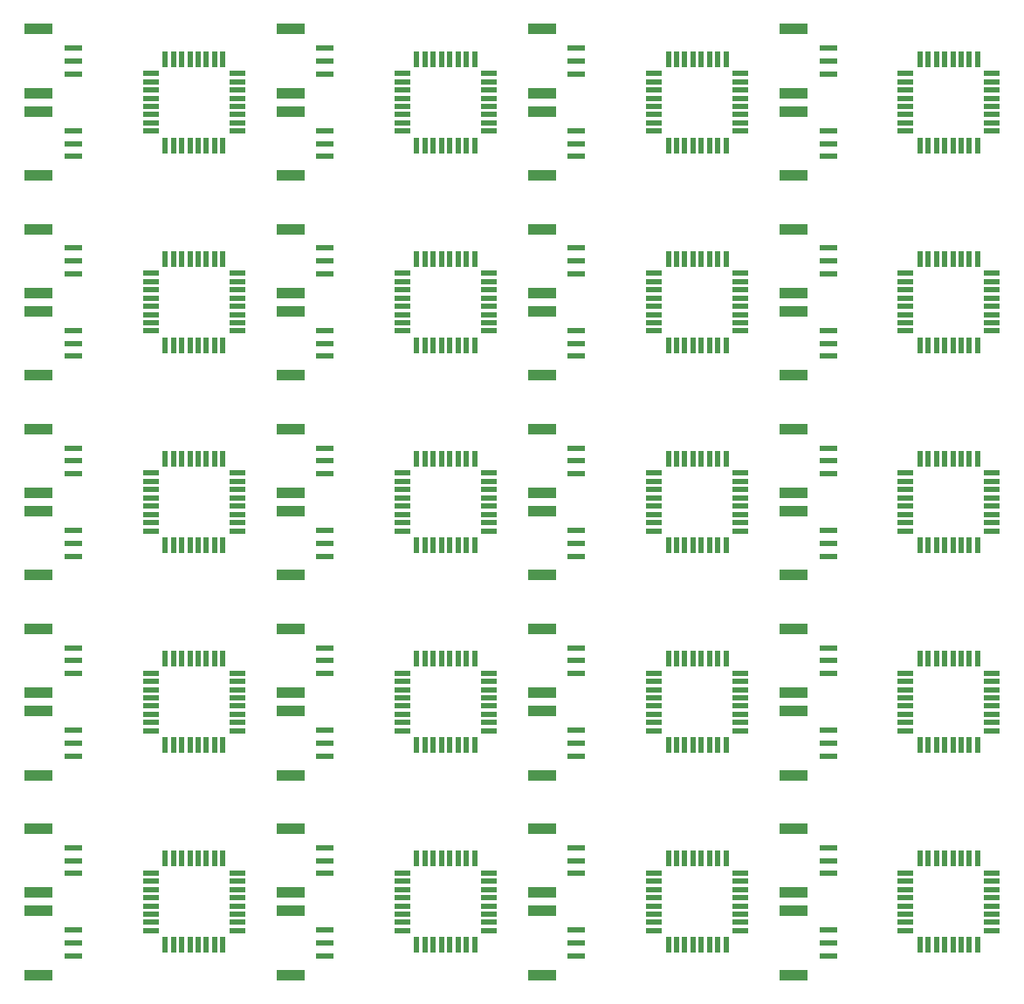
<source format=gbr>
G04 EAGLE Gerber RS-274X export*
G75*
%MOMM*%
%FSLAX34Y34*%
%LPD*%
%INSolderpaste Bottom*%
%IPPOS*%
%AMOC8*
5,1,8,0,0,1.08239X$1,22.5*%
G01*
%ADD10R,1.700000X0.600000*%
%ADD11R,2.800000X1.000000*%
%ADD12R,1.599800X0.547100*%
%ADD13R,0.547100X1.599800*%


D10*
X60000Y44500D03*
X60000Y57000D03*
D11*
X26500Y88000D03*
X26500Y26000D03*
D10*
X60000Y69500D03*
X60000Y124500D03*
X60000Y137000D03*
D11*
X26500Y168000D03*
X26500Y106000D03*
D10*
X60000Y149500D03*
D12*
X218813Y125000D03*
X218813Y117000D03*
X218813Y109000D03*
X218813Y101000D03*
X218813Y93000D03*
X218813Y85000D03*
X218813Y77000D03*
X218813Y69000D03*
D13*
X205000Y55187D03*
X197000Y55187D03*
X189000Y55187D03*
X181000Y55187D03*
X173000Y55187D03*
X165000Y55187D03*
X157000Y55187D03*
X149000Y55187D03*
D12*
X135187Y69000D03*
X135187Y77000D03*
X135187Y85000D03*
X135187Y93000D03*
X135187Y101000D03*
X135187Y109000D03*
X135187Y117000D03*
X135187Y125000D03*
D13*
X149000Y138813D03*
X157000Y138813D03*
X165000Y138813D03*
X173000Y138813D03*
X181000Y138813D03*
X189000Y138813D03*
X197000Y138813D03*
X205000Y138813D03*
D10*
X304000Y44500D03*
X304000Y57000D03*
D11*
X270500Y88000D03*
X270500Y26000D03*
D10*
X304000Y69500D03*
X304000Y124500D03*
X304000Y137000D03*
D11*
X270500Y168000D03*
X270500Y106000D03*
D10*
X304000Y149500D03*
D12*
X462813Y125000D03*
X462813Y117000D03*
X462813Y109000D03*
X462813Y101000D03*
X462813Y93000D03*
X462813Y85000D03*
X462813Y77000D03*
X462813Y69000D03*
D13*
X449000Y55187D03*
X441000Y55187D03*
X433000Y55187D03*
X425000Y55187D03*
X417000Y55187D03*
X409000Y55187D03*
X401000Y55187D03*
X393000Y55187D03*
D12*
X379187Y69000D03*
X379187Y77000D03*
X379187Y85000D03*
X379187Y93000D03*
X379187Y101000D03*
X379187Y109000D03*
X379187Y117000D03*
X379187Y125000D03*
D13*
X393000Y138813D03*
X401000Y138813D03*
X409000Y138813D03*
X417000Y138813D03*
X425000Y138813D03*
X433000Y138813D03*
X441000Y138813D03*
X449000Y138813D03*
D10*
X548000Y44500D03*
X548000Y57000D03*
D11*
X514500Y88000D03*
X514500Y26000D03*
D10*
X548000Y69500D03*
X548000Y124500D03*
X548000Y137000D03*
D11*
X514500Y168000D03*
X514500Y106000D03*
D10*
X548000Y149500D03*
D12*
X706813Y125000D03*
X706813Y117000D03*
X706813Y109000D03*
X706813Y101000D03*
X706813Y93000D03*
X706813Y85000D03*
X706813Y77000D03*
X706813Y69000D03*
D13*
X693000Y55187D03*
X685000Y55187D03*
X677000Y55187D03*
X669000Y55187D03*
X661000Y55187D03*
X653000Y55187D03*
X645000Y55187D03*
X637000Y55187D03*
D12*
X623187Y69000D03*
X623187Y77000D03*
X623187Y85000D03*
X623187Y93000D03*
X623187Y101000D03*
X623187Y109000D03*
X623187Y117000D03*
X623187Y125000D03*
D13*
X637000Y138813D03*
X645000Y138813D03*
X653000Y138813D03*
X661000Y138813D03*
X669000Y138813D03*
X677000Y138813D03*
X685000Y138813D03*
X693000Y138813D03*
D10*
X792000Y44500D03*
X792000Y57000D03*
D11*
X758500Y88000D03*
X758500Y26000D03*
D10*
X792000Y69500D03*
X792000Y124500D03*
X792000Y137000D03*
D11*
X758500Y168000D03*
X758500Y106000D03*
D10*
X792000Y149500D03*
D12*
X950813Y125000D03*
X950813Y117000D03*
X950813Y109000D03*
X950813Y101000D03*
X950813Y93000D03*
X950813Y85000D03*
X950813Y77000D03*
X950813Y69000D03*
D13*
X937000Y55187D03*
X929000Y55187D03*
X921000Y55187D03*
X913000Y55187D03*
X905000Y55187D03*
X897000Y55187D03*
X889000Y55187D03*
X881000Y55187D03*
D12*
X867187Y69000D03*
X867187Y77000D03*
X867187Y85000D03*
X867187Y93000D03*
X867187Y101000D03*
X867187Y109000D03*
X867187Y117000D03*
X867187Y125000D03*
D13*
X881000Y138813D03*
X889000Y138813D03*
X897000Y138813D03*
X905000Y138813D03*
X913000Y138813D03*
X921000Y138813D03*
X929000Y138813D03*
X937000Y138813D03*
D10*
X60000Y238500D03*
X60000Y251000D03*
D11*
X26500Y282000D03*
X26500Y220000D03*
D10*
X60000Y263500D03*
X60000Y318500D03*
X60000Y331000D03*
D11*
X26500Y362000D03*
X26500Y300000D03*
D10*
X60000Y343500D03*
D12*
X218813Y319000D03*
X218813Y311000D03*
X218813Y303000D03*
X218813Y295000D03*
X218813Y287000D03*
X218813Y279000D03*
X218813Y271000D03*
X218813Y263000D03*
D13*
X205000Y249187D03*
X197000Y249187D03*
X189000Y249187D03*
X181000Y249187D03*
X173000Y249187D03*
X165000Y249187D03*
X157000Y249187D03*
X149000Y249187D03*
D12*
X135187Y263000D03*
X135187Y271000D03*
X135187Y279000D03*
X135187Y287000D03*
X135187Y295000D03*
X135187Y303000D03*
X135187Y311000D03*
X135187Y319000D03*
D13*
X149000Y332813D03*
X157000Y332813D03*
X165000Y332813D03*
X173000Y332813D03*
X181000Y332813D03*
X189000Y332813D03*
X197000Y332813D03*
X205000Y332813D03*
D10*
X304000Y238500D03*
X304000Y251000D03*
D11*
X270500Y282000D03*
X270500Y220000D03*
D10*
X304000Y263500D03*
X304000Y318500D03*
X304000Y331000D03*
D11*
X270500Y362000D03*
X270500Y300000D03*
D10*
X304000Y343500D03*
D12*
X462813Y319000D03*
X462813Y311000D03*
X462813Y303000D03*
X462813Y295000D03*
X462813Y287000D03*
X462813Y279000D03*
X462813Y271000D03*
X462813Y263000D03*
D13*
X449000Y249187D03*
X441000Y249187D03*
X433000Y249187D03*
X425000Y249187D03*
X417000Y249187D03*
X409000Y249187D03*
X401000Y249187D03*
X393000Y249187D03*
D12*
X379187Y263000D03*
X379187Y271000D03*
X379187Y279000D03*
X379187Y287000D03*
X379187Y295000D03*
X379187Y303000D03*
X379187Y311000D03*
X379187Y319000D03*
D13*
X393000Y332813D03*
X401000Y332813D03*
X409000Y332813D03*
X417000Y332813D03*
X425000Y332813D03*
X433000Y332813D03*
X441000Y332813D03*
X449000Y332813D03*
D10*
X548000Y238500D03*
X548000Y251000D03*
D11*
X514500Y282000D03*
X514500Y220000D03*
D10*
X548000Y263500D03*
X548000Y318500D03*
X548000Y331000D03*
D11*
X514500Y362000D03*
X514500Y300000D03*
D10*
X548000Y343500D03*
D12*
X706813Y319000D03*
X706813Y311000D03*
X706813Y303000D03*
X706813Y295000D03*
X706813Y287000D03*
X706813Y279000D03*
X706813Y271000D03*
X706813Y263000D03*
D13*
X693000Y249187D03*
X685000Y249187D03*
X677000Y249187D03*
X669000Y249187D03*
X661000Y249187D03*
X653000Y249187D03*
X645000Y249187D03*
X637000Y249187D03*
D12*
X623187Y263000D03*
X623187Y271000D03*
X623187Y279000D03*
X623187Y287000D03*
X623187Y295000D03*
X623187Y303000D03*
X623187Y311000D03*
X623187Y319000D03*
D13*
X637000Y332813D03*
X645000Y332813D03*
X653000Y332813D03*
X661000Y332813D03*
X669000Y332813D03*
X677000Y332813D03*
X685000Y332813D03*
X693000Y332813D03*
D10*
X792000Y238500D03*
X792000Y251000D03*
D11*
X758500Y282000D03*
X758500Y220000D03*
D10*
X792000Y263500D03*
X792000Y318500D03*
X792000Y331000D03*
D11*
X758500Y362000D03*
X758500Y300000D03*
D10*
X792000Y343500D03*
D12*
X950813Y319000D03*
X950813Y311000D03*
X950813Y303000D03*
X950813Y295000D03*
X950813Y287000D03*
X950813Y279000D03*
X950813Y271000D03*
X950813Y263000D03*
D13*
X937000Y249187D03*
X929000Y249187D03*
X921000Y249187D03*
X913000Y249187D03*
X905000Y249187D03*
X897000Y249187D03*
X889000Y249187D03*
X881000Y249187D03*
D12*
X867187Y263000D03*
X867187Y271000D03*
X867187Y279000D03*
X867187Y287000D03*
X867187Y295000D03*
X867187Y303000D03*
X867187Y311000D03*
X867187Y319000D03*
D13*
X881000Y332813D03*
X889000Y332813D03*
X897000Y332813D03*
X905000Y332813D03*
X913000Y332813D03*
X921000Y332813D03*
X929000Y332813D03*
X937000Y332813D03*
D10*
X60000Y432500D03*
X60000Y445000D03*
D11*
X26500Y476000D03*
X26500Y414000D03*
D10*
X60000Y457500D03*
X60000Y512500D03*
X60000Y525000D03*
D11*
X26500Y556000D03*
X26500Y494000D03*
D10*
X60000Y537500D03*
D12*
X218813Y513000D03*
X218813Y505000D03*
X218813Y497000D03*
X218813Y489000D03*
X218813Y481000D03*
X218813Y473000D03*
X218813Y465000D03*
X218813Y457000D03*
D13*
X205000Y443187D03*
X197000Y443187D03*
X189000Y443187D03*
X181000Y443187D03*
X173000Y443187D03*
X165000Y443187D03*
X157000Y443187D03*
X149000Y443187D03*
D12*
X135187Y457000D03*
X135187Y465000D03*
X135187Y473000D03*
X135187Y481000D03*
X135187Y489000D03*
X135187Y497000D03*
X135187Y505000D03*
X135187Y513000D03*
D13*
X149000Y526813D03*
X157000Y526813D03*
X165000Y526813D03*
X173000Y526813D03*
X181000Y526813D03*
X189000Y526813D03*
X197000Y526813D03*
X205000Y526813D03*
D10*
X304000Y432500D03*
X304000Y445000D03*
D11*
X270500Y476000D03*
X270500Y414000D03*
D10*
X304000Y457500D03*
X304000Y512500D03*
X304000Y525000D03*
D11*
X270500Y556000D03*
X270500Y494000D03*
D10*
X304000Y537500D03*
D12*
X462813Y513000D03*
X462813Y505000D03*
X462813Y497000D03*
X462813Y489000D03*
X462813Y481000D03*
X462813Y473000D03*
X462813Y465000D03*
X462813Y457000D03*
D13*
X449000Y443187D03*
X441000Y443187D03*
X433000Y443187D03*
X425000Y443187D03*
X417000Y443187D03*
X409000Y443187D03*
X401000Y443187D03*
X393000Y443187D03*
D12*
X379187Y457000D03*
X379187Y465000D03*
X379187Y473000D03*
X379187Y481000D03*
X379187Y489000D03*
X379187Y497000D03*
X379187Y505000D03*
X379187Y513000D03*
D13*
X393000Y526813D03*
X401000Y526813D03*
X409000Y526813D03*
X417000Y526813D03*
X425000Y526813D03*
X433000Y526813D03*
X441000Y526813D03*
X449000Y526813D03*
D10*
X548000Y432500D03*
X548000Y445000D03*
D11*
X514500Y476000D03*
X514500Y414000D03*
D10*
X548000Y457500D03*
X548000Y512500D03*
X548000Y525000D03*
D11*
X514500Y556000D03*
X514500Y494000D03*
D10*
X548000Y537500D03*
D12*
X706813Y513000D03*
X706813Y505000D03*
X706813Y497000D03*
X706813Y489000D03*
X706813Y481000D03*
X706813Y473000D03*
X706813Y465000D03*
X706813Y457000D03*
D13*
X693000Y443187D03*
X685000Y443187D03*
X677000Y443187D03*
X669000Y443187D03*
X661000Y443187D03*
X653000Y443187D03*
X645000Y443187D03*
X637000Y443187D03*
D12*
X623187Y457000D03*
X623187Y465000D03*
X623187Y473000D03*
X623187Y481000D03*
X623187Y489000D03*
X623187Y497000D03*
X623187Y505000D03*
X623187Y513000D03*
D13*
X637000Y526813D03*
X645000Y526813D03*
X653000Y526813D03*
X661000Y526813D03*
X669000Y526813D03*
X677000Y526813D03*
X685000Y526813D03*
X693000Y526813D03*
D10*
X792000Y432500D03*
X792000Y445000D03*
D11*
X758500Y476000D03*
X758500Y414000D03*
D10*
X792000Y457500D03*
X792000Y512500D03*
X792000Y525000D03*
D11*
X758500Y556000D03*
X758500Y494000D03*
D10*
X792000Y537500D03*
D12*
X950813Y513000D03*
X950813Y505000D03*
X950813Y497000D03*
X950813Y489000D03*
X950813Y481000D03*
X950813Y473000D03*
X950813Y465000D03*
X950813Y457000D03*
D13*
X937000Y443187D03*
X929000Y443187D03*
X921000Y443187D03*
X913000Y443187D03*
X905000Y443187D03*
X897000Y443187D03*
X889000Y443187D03*
X881000Y443187D03*
D12*
X867187Y457000D03*
X867187Y465000D03*
X867187Y473000D03*
X867187Y481000D03*
X867187Y489000D03*
X867187Y497000D03*
X867187Y505000D03*
X867187Y513000D03*
D13*
X881000Y526813D03*
X889000Y526813D03*
X897000Y526813D03*
X905000Y526813D03*
X913000Y526813D03*
X921000Y526813D03*
X929000Y526813D03*
X937000Y526813D03*
D10*
X60000Y626500D03*
X60000Y639000D03*
D11*
X26500Y670000D03*
X26500Y608000D03*
D10*
X60000Y651500D03*
X60000Y706500D03*
X60000Y719000D03*
D11*
X26500Y750000D03*
X26500Y688000D03*
D10*
X60000Y731500D03*
D12*
X218813Y707000D03*
X218813Y699000D03*
X218813Y691000D03*
X218813Y683000D03*
X218813Y675000D03*
X218813Y667000D03*
X218813Y659000D03*
X218813Y651000D03*
D13*
X205000Y637187D03*
X197000Y637187D03*
X189000Y637187D03*
X181000Y637187D03*
X173000Y637187D03*
X165000Y637187D03*
X157000Y637187D03*
X149000Y637187D03*
D12*
X135187Y651000D03*
X135187Y659000D03*
X135187Y667000D03*
X135187Y675000D03*
X135187Y683000D03*
X135187Y691000D03*
X135187Y699000D03*
X135187Y707000D03*
D13*
X149000Y720813D03*
X157000Y720813D03*
X165000Y720813D03*
X173000Y720813D03*
X181000Y720813D03*
X189000Y720813D03*
X197000Y720813D03*
X205000Y720813D03*
D10*
X304000Y626500D03*
X304000Y639000D03*
D11*
X270500Y670000D03*
X270500Y608000D03*
D10*
X304000Y651500D03*
X304000Y706500D03*
X304000Y719000D03*
D11*
X270500Y750000D03*
X270500Y688000D03*
D10*
X304000Y731500D03*
D12*
X462813Y707000D03*
X462813Y699000D03*
X462813Y691000D03*
X462813Y683000D03*
X462813Y675000D03*
X462813Y667000D03*
X462813Y659000D03*
X462813Y651000D03*
D13*
X449000Y637187D03*
X441000Y637187D03*
X433000Y637187D03*
X425000Y637187D03*
X417000Y637187D03*
X409000Y637187D03*
X401000Y637187D03*
X393000Y637187D03*
D12*
X379187Y651000D03*
X379187Y659000D03*
X379187Y667000D03*
X379187Y675000D03*
X379187Y683000D03*
X379187Y691000D03*
X379187Y699000D03*
X379187Y707000D03*
D13*
X393000Y720813D03*
X401000Y720813D03*
X409000Y720813D03*
X417000Y720813D03*
X425000Y720813D03*
X433000Y720813D03*
X441000Y720813D03*
X449000Y720813D03*
D10*
X548000Y626500D03*
X548000Y639000D03*
D11*
X514500Y670000D03*
X514500Y608000D03*
D10*
X548000Y651500D03*
X548000Y706500D03*
X548000Y719000D03*
D11*
X514500Y750000D03*
X514500Y688000D03*
D10*
X548000Y731500D03*
D12*
X706813Y707000D03*
X706813Y699000D03*
X706813Y691000D03*
X706813Y683000D03*
X706813Y675000D03*
X706813Y667000D03*
X706813Y659000D03*
X706813Y651000D03*
D13*
X693000Y637187D03*
X685000Y637187D03*
X677000Y637187D03*
X669000Y637187D03*
X661000Y637187D03*
X653000Y637187D03*
X645000Y637187D03*
X637000Y637187D03*
D12*
X623187Y651000D03*
X623187Y659000D03*
X623187Y667000D03*
X623187Y675000D03*
X623187Y683000D03*
X623187Y691000D03*
X623187Y699000D03*
X623187Y707000D03*
D13*
X637000Y720813D03*
X645000Y720813D03*
X653000Y720813D03*
X661000Y720813D03*
X669000Y720813D03*
X677000Y720813D03*
X685000Y720813D03*
X693000Y720813D03*
D10*
X792000Y626500D03*
X792000Y639000D03*
D11*
X758500Y670000D03*
X758500Y608000D03*
D10*
X792000Y651500D03*
X792000Y706500D03*
X792000Y719000D03*
D11*
X758500Y750000D03*
X758500Y688000D03*
D10*
X792000Y731500D03*
D12*
X950813Y707000D03*
X950813Y699000D03*
X950813Y691000D03*
X950813Y683000D03*
X950813Y675000D03*
X950813Y667000D03*
X950813Y659000D03*
X950813Y651000D03*
D13*
X937000Y637187D03*
X929000Y637187D03*
X921000Y637187D03*
X913000Y637187D03*
X905000Y637187D03*
X897000Y637187D03*
X889000Y637187D03*
X881000Y637187D03*
D12*
X867187Y651000D03*
X867187Y659000D03*
X867187Y667000D03*
X867187Y675000D03*
X867187Y683000D03*
X867187Y691000D03*
X867187Y699000D03*
X867187Y707000D03*
D13*
X881000Y720813D03*
X889000Y720813D03*
X897000Y720813D03*
X905000Y720813D03*
X913000Y720813D03*
X921000Y720813D03*
X929000Y720813D03*
X937000Y720813D03*
D10*
X60000Y820500D03*
X60000Y833000D03*
D11*
X26500Y864000D03*
X26500Y802000D03*
D10*
X60000Y845500D03*
X60000Y900500D03*
X60000Y913000D03*
D11*
X26500Y944000D03*
X26500Y882000D03*
D10*
X60000Y925500D03*
D12*
X218813Y901000D03*
X218813Y893000D03*
X218813Y885000D03*
X218813Y877000D03*
X218813Y869000D03*
X218813Y861000D03*
X218813Y853000D03*
X218813Y845000D03*
D13*
X205000Y831187D03*
X197000Y831187D03*
X189000Y831187D03*
X181000Y831187D03*
X173000Y831187D03*
X165000Y831187D03*
X157000Y831187D03*
X149000Y831187D03*
D12*
X135187Y845000D03*
X135187Y853000D03*
X135187Y861000D03*
X135187Y869000D03*
X135187Y877000D03*
X135187Y885000D03*
X135187Y893000D03*
X135187Y901000D03*
D13*
X149000Y914813D03*
X157000Y914813D03*
X165000Y914813D03*
X173000Y914813D03*
X181000Y914813D03*
X189000Y914813D03*
X197000Y914813D03*
X205000Y914813D03*
D10*
X304000Y820500D03*
X304000Y833000D03*
D11*
X270500Y864000D03*
X270500Y802000D03*
D10*
X304000Y845500D03*
X304000Y900500D03*
X304000Y913000D03*
D11*
X270500Y944000D03*
X270500Y882000D03*
D10*
X304000Y925500D03*
D12*
X462813Y901000D03*
X462813Y893000D03*
X462813Y885000D03*
X462813Y877000D03*
X462813Y869000D03*
X462813Y861000D03*
X462813Y853000D03*
X462813Y845000D03*
D13*
X449000Y831187D03*
X441000Y831187D03*
X433000Y831187D03*
X425000Y831187D03*
X417000Y831187D03*
X409000Y831187D03*
X401000Y831187D03*
X393000Y831187D03*
D12*
X379187Y845000D03*
X379187Y853000D03*
X379187Y861000D03*
X379187Y869000D03*
X379187Y877000D03*
X379187Y885000D03*
X379187Y893000D03*
X379187Y901000D03*
D13*
X393000Y914813D03*
X401000Y914813D03*
X409000Y914813D03*
X417000Y914813D03*
X425000Y914813D03*
X433000Y914813D03*
X441000Y914813D03*
X449000Y914813D03*
D10*
X548000Y820500D03*
X548000Y833000D03*
D11*
X514500Y864000D03*
X514500Y802000D03*
D10*
X548000Y845500D03*
X548000Y900500D03*
X548000Y913000D03*
D11*
X514500Y944000D03*
X514500Y882000D03*
D10*
X548000Y925500D03*
D12*
X706813Y901000D03*
X706813Y893000D03*
X706813Y885000D03*
X706813Y877000D03*
X706813Y869000D03*
X706813Y861000D03*
X706813Y853000D03*
X706813Y845000D03*
D13*
X693000Y831187D03*
X685000Y831187D03*
X677000Y831187D03*
X669000Y831187D03*
X661000Y831187D03*
X653000Y831187D03*
X645000Y831187D03*
X637000Y831187D03*
D12*
X623187Y845000D03*
X623187Y853000D03*
X623187Y861000D03*
X623187Y869000D03*
X623187Y877000D03*
X623187Y885000D03*
X623187Y893000D03*
X623187Y901000D03*
D13*
X637000Y914813D03*
X645000Y914813D03*
X653000Y914813D03*
X661000Y914813D03*
X669000Y914813D03*
X677000Y914813D03*
X685000Y914813D03*
X693000Y914813D03*
D10*
X792000Y820500D03*
X792000Y833000D03*
D11*
X758500Y864000D03*
X758500Y802000D03*
D10*
X792000Y845500D03*
X792000Y900500D03*
X792000Y913000D03*
D11*
X758500Y944000D03*
X758500Y882000D03*
D10*
X792000Y925500D03*
D12*
X950813Y901000D03*
X950813Y893000D03*
X950813Y885000D03*
X950813Y877000D03*
X950813Y869000D03*
X950813Y861000D03*
X950813Y853000D03*
X950813Y845000D03*
D13*
X937000Y831187D03*
X929000Y831187D03*
X921000Y831187D03*
X913000Y831187D03*
X905000Y831187D03*
X897000Y831187D03*
X889000Y831187D03*
X881000Y831187D03*
D12*
X867187Y845000D03*
X867187Y853000D03*
X867187Y861000D03*
X867187Y869000D03*
X867187Y877000D03*
X867187Y885000D03*
X867187Y893000D03*
X867187Y901000D03*
D13*
X881000Y914813D03*
X889000Y914813D03*
X897000Y914813D03*
X905000Y914813D03*
X913000Y914813D03*
X921000Y914813D03*
X929000Y914813D03*
X937000Y914813D03*
M02*

</source>
